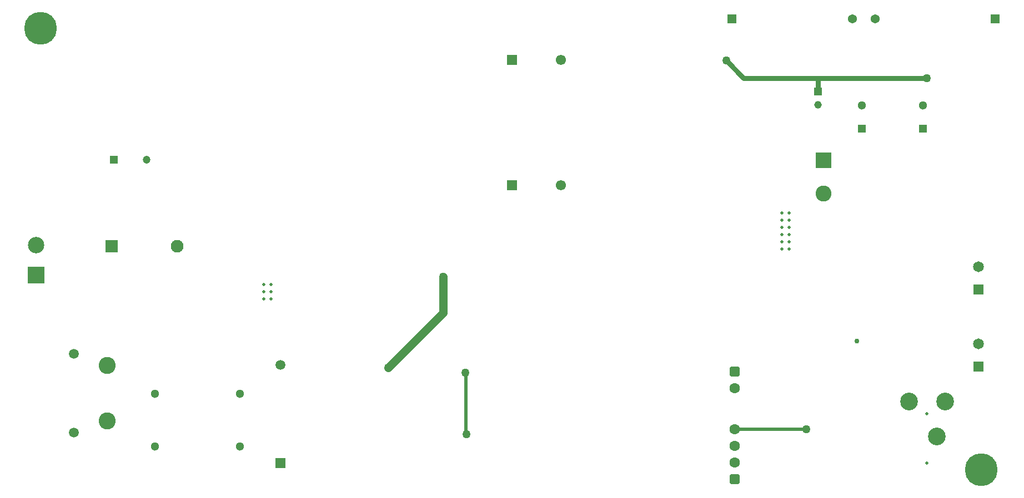
<source format=gbl>
G04*
G04 #@! TF.GenerationSoftware,Altium Limited,Altium Designer,25.5.2 (35)*
G04*
G04 Layer_Physical_Order=2*
G04 Layer_Color=16711680*
%FSLAX44Y44*%
%MOMM*%
G71*
G04*
G04 #@! TF.SameCoordinates,5C3ED261-42B6-482D-99A8-9BAFA3442630*
G04*
G04*
G04 #@! TF.FilePolarity,Positive*
G04*
G01*
G75*
%ADD145C,0.7500*%
%ADD146C,1.3000*%
%ADD147R,1.3000X1.3000*%
%ADD150R,1.5500X1.5500*%
%ADD162C,1.5500*%
%ADD167C,2.5000*%
%ADD168R,2.5000X2.5000*%
%ADD174C,1.2700*%
%ADD175C,0.7620*%
%ADD176C,0.5080*%
%ADD177C,2.7040*%
%ADD178C,1.1500*%
%ADD179C,1.6000*%
%ADD180C,1.3650*%
%ADD181R,2.4300X2.4300*%
G04:AMPARAMS|DCode=182|XSize=1.6mm|YSize=1.6mm|CornerRadius=0.4mm|HoleSize=0mm|Usage=FLASHONLY|Rotation=90.000|XOffset=0mm|YOffset=0mm|HoleType=Round|Shape=RoundedRectangle|*
%AMROUNDEDRECTD182*
21,1,1.6000,0.8000,0,0,90.0*
21,1,0.8000,1.6000,0,0,90.0*
1,1,0.8000,0.4000,0.4000*
1,1,0.8000,0.4000,-0.4000*
1,1,0.8000,-0.4000,-0.4000*
1,1,0.8000,-0.4000,0.4000*
%
%ADD182ROUNDEDRECTD182*%
%ADD183C,2.4300*%
%ADD184C,1.2000*%
%ADD185R,1.5000X1.5000*%
%ADD186R,1.3650X1.3650*%
%ADD187R,1.2000X1.2000*%
%ADD188R,1.1500X1.1500*%
%ADD189C,1.5000*%
%ADD190C,2.5950*%
%ADD191R,1.9500X1.9500*%
%ADD192C,1.9500*%
%ADD193C,0.5000*%
%ADD194R,1.6500X1.6500*%
%ADD195C,1.6500*%
%ADD196C,5.0000*%
%ADD197C,1.2700*%
D145*
X1541780Y494030D02*
D03*
D146*
X1642110Y853160D02*
D03*
X1549400D02*
D03*
X601170Y333200D02*
D03*
X471170D02*
D03*
Y413200D02*
D03*
X601170D02*
D03*
D147*
X1642110Y818160D02*
D03*
X1549400D02*
D03*
D150*
X1015330Y923290D02*
D03*
Y731520D02*
D03*
D162*
X1090330Y923290D02*
D03*
Y731520D02*
D03*
D167*
X290270Y640080D02*
D03*
D168*
Y594080D02*
D03*
D174*
X910590Y537210D02*
Y591820D01*
X826770Y453390D02*
X910590Y537210D01*
D175*
X1482090Y874710D02*
Y895350D01*
X1648460D01*
X1342390Y922020D02*
X1369060Y895350D01*
X1482090D01*
D176*
X1355090Y359410D02*
X1464310D01*
X945515Y352425D02*
X946150Y351790D01*
X945515Y352425D02*
Y445135D01*
X944880Y445770D02*
X945515Y445135D01*
D177*
X1663460Y348340D02*
D03*
X1620960Y401340D02*
D03*
X1675960D02*
D03*
D178*
X1482090Y854710D02*
D03*
D179*
X1355090Y359410D02*
D03*
Y421640D02*
D03*
Y334010D02*
D03*
Y308610D02*
D03*
D180*
X1534380Y985520D02*
D03*
X1569500D02*
D03*
D181*
X1490980Y769620D02*
D03*
D182*
X1355090Y283210D02*
D03*
Y447040D02*
D03*
D183*
X1490980Y718820D02*
D03*
D184*
X458470Y770890D02*
D03*
D185*
X662940Y307200D02*
D03*
D186*
X1351280Y985520D02*
D03*
X1752600D02*
D03*
D187*
X408470Y770890D02*
D03*
D188*
X1482090Y874710D02*
D03*
D189*
X662940Y457200D02*
D03*
X347980Y474330D02*
D03*
Y354330D02*
D03*
D190*
X398780Y371830D02*
D03*
Y456830D02*
D03*
D191*
X405460Y638810D02*
D03*
D192*
X505460D02*
D03*
D193*
X1648460Y307340D02*
D03*
Y382340D02*
D03*
X636920Y569379D02*
D03*
X647920D02*
D03*
X636920Y580379D02*
D03*
X647920D02*
D03*
Y558379D02*
D03*
X636920D02*
D03*
X1438120Y655830D02*
D03*
Y688830D02*
D03*
Y666830D02*
D03*
Y677830D02*
D03*
Y633830D02*
D03*
X1427120Y644830D02*
D03*
X1438120D02*
D03*
X1427120Y633830D02*
D03*
Y677830D02*
D03*
Y666830D02*
D03*
Y688830D02*
D03*
Y655830D02*
D03*
D194*
X1727200Y572060D02*
D03*
Y454660D02*
D03*
D195*
Y607060D02*
D03*
Y489660D02*
D03*
D196*
X1731010Y297180D02*
D03*
X297180Y971550D02*
D03*
D197*
X1342390Y922020D02*
D03*
X1648460Y895350D02*
D03*
X1464310Y359410D02*
D03*
X910590Y591820D02*
D03*
X826770Y453390D02*
D03*
X946150Y351790D02*
D03*
X944880Y445770D02*
D03*
M02*

</source>
